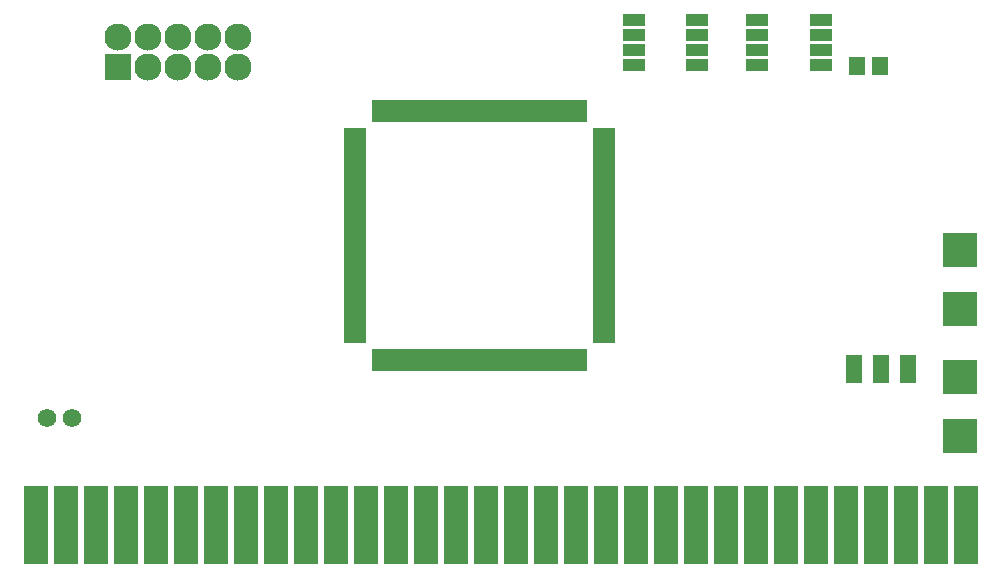
<source format=gts>
G04 #@! TF.FileFunction,Soldermask,Top*
%FSLAX46Y46*%
G04 Gerber Fmt 4.6, Leading zero omitted, Abs format (unit mm)*
G04 Created by KiCad (PCBNEW (after 2015-may-25 BZR unknown)-product) date 17/02/2017 21:19:06*
%MOMM*%
G01*
G04 APERTURE LIST*
%ADD10C,0.100000*%
%ADD11R,1.850000X0.650000*%
%ADD12R,0.650000X1.850000*%
%ADD13R,2.300000X2.300000*%
%ADD14C,2.300000*%
%ADD15C,1.568400*%
%ADD16R,2.000200X6.699200*%
%ADD17R,2.899360X2.950160*%
%ADD18R,1.400000X1.650000*%
%ADD19R,1.950000X1.000000*%
%ADD20R,1.416000X2.432000*%
G04 APERTURE END LIST*
D10*
D11*
X195450000Y-130900000D03*
X195450000Y-131400000D03*
X195450000Y-131900000D03*
X195450000Y-132400000D03*
X195450000Y-132900000D03*
X195450000Y-133400000D03*
X195450000Y-133900000D03*
X195450000Y-134400000D03*
X195450000Y-134900000D03*
X195450000Y-135400000D03*
X195450000Y-135900000D03*
X195450000Y-136400000D03*
X195450000Y-136900000D03*
X195450000Y-137400000D03*
X195450000Y-137900000D03*
X195450000Y-138400000D03*
X195450000Y-138900000D03*
X195450000Y-139400000D03*
X195450000Y-139900000D03*
X195450000Y-140400000D03*
X195450000Y-140900000D03*
X195450000Y-141400000D03*
X195450000Y-141900000D03*
X195450000Y-142400000D03*
X195450000Y-142900000D03*
X195450000Y-143400000D03*
X195450000Y-143900000D03*
X195450000Y-144400000D03*
X195450000Y-144900000D03*
X195450000Y-145400000D03*
X195450000Y-145900000D03*
X195450000Y-146400000D03*
X195450000Y-146900000D03*
X195450000Y-147400000D03*
X195450000Y-147900000D03*
X195450000Y-148400000D03*
D12*
X197250000Y-150200000D03*
X197750000Y-150200000D03*
X198250000Y-150200000D03*
X198750000Y-150200000D03*
X199250000Y-150200000D03*
X199750000Y-150200000D03*
X200250000Y-150200000D03*
X200750000Y-150200000D03*
X201250000Y-150200000D03*
X201750000Y-150200000D03*
X202250000Y-150200000D03*
X202750000Y-150200000D03*
X203250000Y-150200000D03*
X203750000Y-150200000D03*
X204250000Y-150200000D03*
X204750000Y-150200000D03*
X205250000Y-150200000D03*
X205750000Y-150200000D03*
X206250000Y-150200000D03*
X206750000Y-150200000D03*
X207250000Y-150200000D03*
X207750000Y-150200000D03*
X208250000Y-150200000D03*
X208750000Y-150200000D03*
X209250000Y-150200000D03*
X209750000Y-150200000D03*
X210250000Y-150200000D03*
X210750000Y-150200000D03*
X211250000Y-150200000D03*
X211750000Y-150200000D03*
X212250000Y-150200000D03*
X212750000Y-150200000D03*
X213250000Y-150200000D03*
X213750000Y-150200000D03*
X214250000Y-150200000D03*
X214750000Y-150200000D03*
D11*
X216550000Y-148400000D03*
X216550000Y-147900000D03*
X216550000Y-147400000D03*
X216550000Y-146900000D03*
X216550000Y-146400000D03*
X216550000Y-145900000D03*
X216550000Y-145400000D03*
X216550000Y-144900000D03*
X216550000Y-144400000D03*
X216550000Y-143900000D03*
X216550000Y-143400000D03*
X216550000Y-142900000D03*
X216550000Y-142400000D03*
X216550000Y-141900000D03*
X216550000Y-141400000D03*
X216550000Y-140900000D03*
X216550000Y-140400000D03*
X216550000Y-139900000D03*
X216550000Y-139400000D03*
X216550000Y-138900000D03*
X216550000Y-138400000D03*
X216550000Y-137900000D03*
X216550000Y-137400000D03*
X216550000Y-136900000D03*
X216550000Y-136400000D03*
X216550000Y-135900000D03*
X216550000Y-135400000D03*
X216550000Y-134900000D03*
X216550000Y-134400000D03*
X216550000Y-133900000D03*
X216550000Y-133400000D03*
X216550000Y-132900000D03*
X216550000Y-132400000D03*
X216550000Y-131900000D03*
X216550000Y-131400000D03*
X216550000Y-130900000D03*
D12*
X214750000Y-129100000D03*
X214250000Y-129100000D03*
X213750000Y-129100000D03*
X213250000Y-129100000D03*
X212750000Y-129100000D03*
X212250000Y-129100000D03*
X211750000Y-129100000D03*
X211250000Y-129100000D03*
X210750000Y-129100000D03*
X210250000Y-129100000D03*
X209750000Y-129100000D03*
X209250000Y-129100000D03*
X208750000Y-129100000D03*
X208250000Y-129100000D03*
X207750000Y-129100000D03*
X207250000Y-129100000D03*
X206750000Y-129100000D03*
X206250000Y-129100000D03*
X205750000Y-129100000D03*
X205250000Y-129100000D03*
X204750000Y-129100000D03*
X204250000Y-129100000D03*
X203750000Y-129100000D03*
X203250000Y-129100000D03*
X202750000Y-129100000D03*
X202250000Y-129100000D03*
X201750000Y-129100000D03*
X201250000Y-129100000D03*
X200750000Y-129100000D03*
X200250000Y-129100000D03*
X199750000Y-129100000D03*
X199250000Y-129100000D03*
X198750000Y-129100000D03*
X198250000Y-129100000D03*
X197750000Y-129100000D03*
X197250000Y-129100000D03*
D13*
X175420000Y-125370000D03*
D14*
X175420000Y-122830000D03*
X177960000Y-125370000D03*
X177960000Y-122830000D03*
X180500000Y-125370000D03*
X180500000Y-122830000D03*
X183040000Y-125370000D03*
X183040000Y-122830000D03*
X185580000Y-125370000D03*
X185580000Y-122830000D03*
D15*
X169402250Y-155050000D03*
X171497750Y-155050000D03*
D16*
X168443180Y-164118580D03*
X170983180Y-164118580D03*
X173523180Y-164118580D03*
X176063180Y-164118580D03*
X178603180Y-164118580D03*
X181143180Y-164118580D03*
X183683180Y-164118580D03*
X186223180Y-164118580D03*
X188763180Y-164118580D03*
X191303180Y-164118580D03*
X193843180Y-164118580D03*
X196383180Y-164118580D03*
X198923180Y-164118580D03*
X201463180Y-164118580D03*
X204003180Y-164118580D03*
X206543180Y-164118580D03*
X209083180Y-164118580D03*
X211623180Y-164118580D03*
X214163180Y-164118580D03*
X216703180Y-164118580D03*
X219243180Y-164118580D03*
X221783180Y-164118580D03*
X224323180Y-164118580D03*
X226863180Y-164118580D03*
X229403180Y-164118580D03*
X231943180Y-164118580D03*
X234483180Y-164118580D03*
X237023180Y-164118580D03*
X239563180Y-164118580D03*
X242103180Y-164118580D03*
X244643180Y-164118580D03*
X247183180Y-164118580D03*
D17*
X246700000Y-145874760D03*
X246700000Y-140825240D03*
X246700000Y-151575240D03*
X246700000Y-156624760D03*
D18*
X237950000Y-125250000D03*
X239950000Y-125250000D03*
D19*
X219065000Y-121358800D03*
X219065000Y-122628800D03*
X219065000Y-123898800D03*
X219065000Y-125168800D03*
X224465000Y-125168800D03*
X224465000Y-123898800D03*
X224465000Y-122628800D03*
X224465000Y-121358800D03*
X229499300Y-121371500D03*
X229499300Y-122641500D03*
X229499300Y-123911500D03*
X229499300Y-125181500D03*
X234899300Y-125181500D03*
X234899300Y-123911500D03*
X234899300Y-122641500D03*
X234899300Y-121371500D03*
D20*
X240050000Y-150952000D03*
X242336000Y-150952000D03*
X237764000Y-150952000D03*
M02*

</source>
